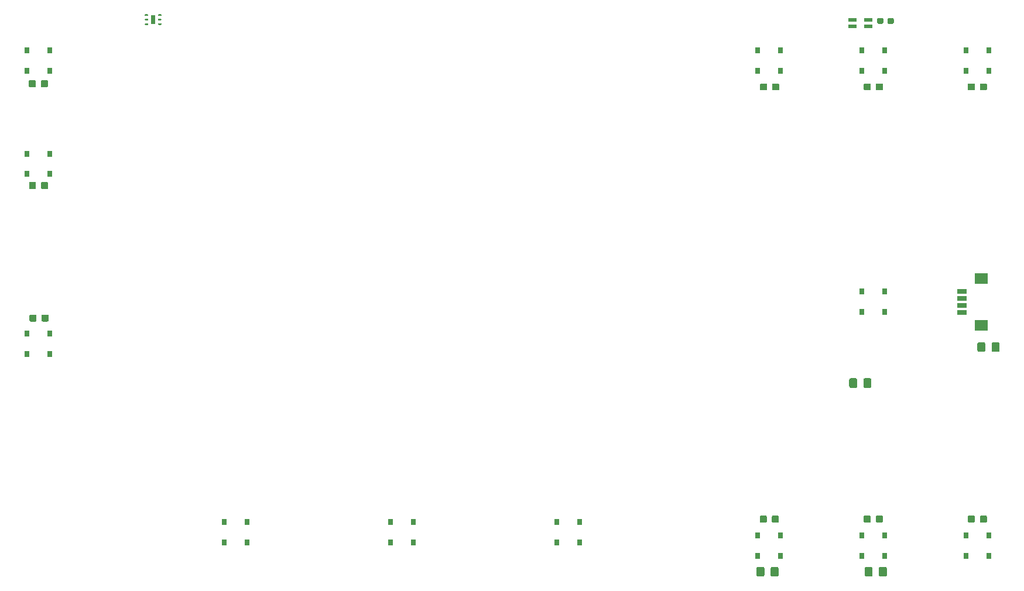
<source format=gtp>
G04 #@! TF.GenerationSoftware,KiCad,Pcbnew,(5.1.5)-3*
G04 #@! TF.CreationDate,2020-05-18T23:19:19-04:00*
G04 #@! TF.ProjectId,CPU,4350552e-6b69-4636-9164-5f7063625858,rev?*
G04 #@! TF.SameCoordinates,Original*
G04 #@! TF.FileFunction,Paste,Top*
G04 #@! TF.FilePolarity,Positive*
%FSLAX46Y46*%
G04 Gerber Fmt 4.6, Leading zero omitted, Abs format (unit mm)*
G04 Created by KiCad (PCBNEW (5.1.5)-3) date 2020-05-18 23:19:19*
%MOMM*%
%LPD*%
G04 APERTURE LIST*
%ADD10C,0.100000*%
%ADD11R,1.200000X0.600000*%
%ADD12R,1.350000X0.700000*%
%ADD13R,1.900000X1.500000*%
%ADD14R,0.800000X0.850000*%
G04 APERTURE END LIST*
D10*
G36*
X58310000Y-47735000D02*
G01*
X58310000Y-46485000D01*
X57690000Y-46485000D01*
X57690000Y-47735000D01*
X58310000Y-47735000D01*
G37*
G36*
X40887703Y-55900722D02*
G01*
X40902264Y-55902882D01*
X40916543Y-55906459D01*
X40930403Y-55911418D01*
X40943710Y-55917712D01*
X40956336Y-55925280D01*
X40968159Y-55934048D01*
X40979066Y-55943934D01*
X40988952Y-55954841D01*
X40997720Y-55966664D01*
X41005288Y-55979290D01*
X41011582Y-55992597D01*
X41016541Y-56006457D01*
X41020118Y-56020736D01*
X41022278Y-56035297D01*
X41023000Y-56050000D01*
X41023000Y-56750000D01*
X41022278Y-56764703D01*
X41020118Y-56779264D01*
X41016541Y-56793543D01*
X41011582Y-56807403D01*
X41005288Y-56820710D01*
X40997720Y-56833336D01*
X40988952Y-56845159D01*
X40979066Y-56856066D01*
X40968159Y-56865952D01*
X40956336Y-56874720D01*
X40943710Y-56882288D01*
X40930403Y-56888582D01*
X40916543Y-56893541D01*
X40902264Y-56897118D01*
X40887703Y-56899278D01*
X40873000Y-56900000D01*
X40173000Y-56900000D01*
X40158297Y-56899278D01*
X40143736Y-56897118D01*
X40129457Y-56893541D01*
X40115597Y-56888582D01*
X40102290Y-56882288D01*
X40089664Y-56874720D01*
X40077841Y-56865952D01*
X40066934Y-56856066D01*
X40057048Y-56845159D01*
X40048280Y-56833336D01*
X40040712Y-56820710D01*
X40034418Y-56807403D01*
X40029459Y-56793543D01*
X40025882Y-56779264D01*
X40023722Y-56764703D01*
X40023000Y-56750000D01*
X40023000Y-56050000D01*
X40023722Y-56035297D01*
X40025882Y-56020736D01*
X40029459Y-56006457D01*
X40034418Y-55992597D01*
X40040712Y-55979290D01*
X40048280Y-55966664D01*
X40057048Y-55954841D01*
X40066934Y-55943934D01*
X40077841Y-55934048D01*
X40089664Y-55925280D01*
X40102290Y-55917712D01*
X40115597Y-55911418D01*
X40129457Y-55906459D01*
X40143736Y-55902882D01*
X40158297Y-55900722D01*
X40173000Y-55900000D01*
X40873000Y-55900000D01*
X40887703Y-55900722D01*
G37*
G36*
X42641703Y-55900722D02*
G01*
X42656264Y-55902882D01*
X42670543Y-55906459D01*
X42684403Y-55911418D01*
X42697710Y-55917712D01*
X42710336Y-55925280D01*
X42722159Y-55934048D01*
X42733066Y-55943934D01*
X42742952Y-55954841D01*
X42751720Y-55966664D01*
X42759288Y-55979290D01*
X42765582Y-55992597D01*
X42770541Y-56006457D01*
X42774118Y-56020736D01*
X42776278Y-56035297D01*
X42777000Y-56050000D01*
X42777000Y-56750000D01*
X42776278Y-56764703D01*
X42774118Y-56779264D01*
X42770541Y-56793543D01*
X42765582Y-56807403D01*
X42759288Y-56820710D01*
X42751720Y-56833336D01*
X42742952Y-56845159D01*
X42733066Y-56856066D01*
X42722159Y-56865952D01*
X42710336Y-56874720D01*
X42697710Y-56882288D01*
X42684403Y-56888582D01*
X42670543Y-56893541D01*
X42656264Y-56897118D01*
X42641703Y-56899278D01*
X42627000Y-56900000D01*
X41927000Y-56900000D01*
X41912297Y-56899278D01*
X41897736Y-56897118D01*
X41883457Y-56893541D01*
X41869597Y-56888582D01*
X41856290Y-56882288D01*
X41843664Y-56874720D01*
X41831841Y-56865952D01*
X41820934Y-56856066D01*
X41811048Y-56845159D01*
X41802280Y-56833336D01*
X41794712Y-56820710D01*
X41788418Y-56807403D01*
X41783459Y-56793543D01*
X41779882Y-56779264D01*
X41777722Y-56764703D01*
X41777000Y-56750000D01*
X41777000Y-56050000D01*
X41777722Y-56035297D01*
X41779882Y-56020736D01*
X41783459Y-56006457D01*
X41788418Y-55992597D01*
X41794712Y-55979290D01*
X41802280Y-55966664D01*
X41811048Y-55954841D01*
X41820934Y-55943934D01*
X41831841Y-55934048D01*
X41843664Y-55925280D01*
X41856290Y-55917712D01*
X41869597Y-55911418D01*
X41883457Y-55906459D01*
X41897736Y-55902882D01*
X41912297Y-55900722D01*
X41927000Y-55900000D01*
X42627000Y-55900000D01*
X42641703Y-55900722D01*
G37*
D11*
X159100000Y-48075000D03*
X159100000Y-47125000D03*
X161400000Y-47125000D03*
X161400000Y-48075000D03*
D10*
G36*
X163406609Y-46886059D02*
G01*
X163427960Y-46889226D01*
X163448898Y-46894471D01*
X163469221Y-46901743D01*
X163488734Y-46910971D01*
X163507248Y-46922068D01*
X163524585Y-46934926D01*
X163540578Y-46949422D01*
X163555074Y-46965415D01*
X163567932Y-46982752D01*
X163579029Y-47001266D01*
X163588257Y-47020779D01*
X163595529Y-47041102D01*
X163600774Y-47062040D01*
X163603941Y-47083391D01*
X163605000Y-47104950D01*
X163605000Y-47495050D01*
X163603941Y-47516609D01*
X163600774Y-47537960D01*
X163595529Y-47558898D01*
X163588257Y-47579221D01*
X163579029Y-47598734D01*
X163567932Y-47617248D01*
X163555074Y-47634585D01*
X163540578Y-47650578D01*
X163524585Y-47665074D01*
X163507248Y-47677932D01*
X163488734Y-47689029D01*
X163469221Y-47698257D01*
X163448898Y-47705529D01*
X163427960Y-47710774D01*
X163406609Y-47713941D01*
X163385050Y-47715000D01*
X162914950Y-47715000D01*
X162893391Y-47713941D01*
X162872040Y-47710774D01*
X162851102Y-47705529D01*
X162830779Y-47698257D01*
X162811266Y-47689029D01*
X162792752Y-47677932D01*
X162775415Y-47665074D01*
X162759422Y-47650578D01*
X162744926Y-47634585D01*
X162732068Y-47617248D01*
X162720971Y-47598734D01*
X162711743Y-47579221D01*
X162704471Y-47558898D01*
X162699226Y-47537960D01*
X162696059Y-47516609D01*
X162695000Y-47495050D01*
X162695000Y-47104950D01*
X162696059Y-47083391D01*
X162699226Y-47062040D01*
X162704471Y-47041102D01*
X162711743Y-47020779D01*
X162720971Y-47001266D01*
X162732068Y-46982752D01*
X162744926Y-46965415D01*
X162759422Y-46949422D01*
X162775415Y-46934926D01*
X162792752Y-46922068D01*
X162811266Y-46910971D01*
X162830779Y-46901743D01*
X162851102Y-46894471D01*
X162872040Y-46889226D01*
X162893391Y-46886059D01*
X162914950Y-46885000D01*
X163385050Y-46885000D01*
X163406609Y-46886059D01*
G37*
G36*
X164906609Y-46886059D02*
G01*
X164927960Y-46889226D01*
X164948898Y-46894471D01*
X164969221Y-46901743D01*
X164988734Y-46910971D01*
X165007248Y-46922068D01*
X165024585Y-46934926D01*
X165040578Y-46949422D01*
X165055074Y-46965415D01*
X165067932Y-46982752D01*
X165079029Y-47001266D01*
X165088257Y-47020779D01*
X165095529Y-47041102D01*
X165100774Y-47062040D01*
X165103941Y-47083391D01*
X165105000Y-47104950D01*
X165105000Y-47495050D01*
X165103941Y-47516609D01*
X165100774Y-47537960D01*
X165095529Y-47558898D01*
X165088257Y-47579221D01*
X165079029Y-47598734D01*
X165067932Y-47617248D01*
X165055074Y-47634585D01*
X165040578Y-47650578D01*
X165024585Y-47665074D01*
X165007248Y-47677932D01*
X164988734Y-47689029D01*
X164969221Y-47698257D01*
X164948898Y-47705529D01*
X164927960Y-47710774D01*
X164906609Y-47713941D01*
X164885050Y-47715000D01*
X164414950Y-47715000D01*
X164393391Y-47713941D01*
X164372040Y-47710774D01*
X164351102Y-47705529D01*
X164330779Y-47698257D01*
X164311266Y-47689029D01*
X164292752Y-47677932D01*
X164275415Y-47665074D01*
X164259422Y-47650578D01*
X164244926Y-47634585D01*
X164232068Y-47617248D01*
X164220971Y-47598734D01*
X164211743Y-47579221D01*
X164204471Y-47558898D01*
X164199226Y-47537960D01*
X164196059Y-47516609D01*
X164195000Y-47495050D01*
X164195000Y-47104950D01*
X164196059Y-47083391D01*
X164199226Y-47062040D01*
X164204471Y-47041102D01*
X164211743Y-47020779D01*
X164220971Y-47001266D01*
X164232068Y-46982752D01*
X164244926Y-46965415D01*
X164259422Y-46949422D01*
X164275415Y-46934926D01*
X164292752Y-46922068D01*
X164311266Y-46910971D01*
X164330779Y-46901743D01*
X164351102Y-46894471D01*
X164372040Y-46889226D01*
X164393391Y-46886059D01*
X164414950Y-46885000D01*
X164885050Y-46885000D01*
X164906609Y-46886059D01*
G37*
G36*
X40922201Y-70620722D02*
G01*
X40936762Y-70622882D01*
X40951041Y-70626459D01*
X40964901Y-70631418D01*
X40978208Y-70637712D01*
X40990834Y-70645280D01*
X41002657Y-70654048D01*
X41013564Y-70663934D01*
X41023450Y-70674841D01*
X41032218Y-70686664D01*
X41039786Y-70699290D01*
X41046080Y-70712597D01*
X41051039Y-70726457D01*
X41054616Y-70740736D01*
X41056776Y-70755297D01*
X41057498Y-70770000D01*
X41057498Y-71470000D01*
X41056776Y-71484703D01*
X41054616Y-71499264D01*
X41051039Y-71513543D01*
X41046080Y-71527403D01*
X41039786Y-71540710D01*
X41032218Y-71553336D01*
X41023450Y-71565159D01*
X41013564Y-71576066D01*
X41002657Y-71585952D01*
X40990834Y-71594720D01*
X40978208Y-71602288D01*
X40964901Y-71608582D01*
X40951041Y-71613541D01*
X40936762Y-71617118D01*
X40922201Y-71619278D01*
X40907498Y-71620000D01*
X40207498Y-71620000D01*
X40192795Y-71619278D01*
X40178234Y-71617118D01*
X40163955Y-71613541D01*
X40150095Y-71608582D01*
X40136788Y-71602288D01*
X40124162Y-71594720D01*
X40112339Y-71585952D01*
X40101432Y-71576066D01*
X40091546Y-71565159D01*
X40082778Y-71553336D01*
X40075210Y-71540710D01*
X40068916Y-71527403D01*
X40063957Y-71513543D01*
X40060380Y-71499264D01*
X40058220Y-71484703D01*
X40057498Y-71470000D01*
X40057498Y-70770000D01*
X40058220Y-70755297D01*
X40060380Y-70740736D01*
X40063957Y-70726457D01*
X40068916Y-70712597D01*
X40075210Y-70699290D01*
X40082778Y-70686664D01*
X40091546Y-70674841D01*
X40101432Y-70663934D01*
X40112339Y-70654048D01*
X40124162Y-70645280D01*
X40136788Y-70637712D01*
X40150095Y-70631418D01*
X40163955Y-70626459D01*
X40178234Y-70622882D01*
X40192795Y-70620722D01*
X40207498Y-70620000D01*
X40907498Y-70620000D01*
X40922201Y-70620722D01*
G37*
G36*
X42676201Y-70620722D02*
G01*
X42690762Y-70622882D01*
X42705041Y-70626459D01*
X42718901Y-70631418D01*
X42732208Y-70637712D01*
X42744834Y-70645280D01*
X42756657Y-70654048D01*
X42767564Y-70663934D01*
X42777450Y-70674841D01*
X42786218Y-70686664D01*
X42793786Y-70699290D01*
X42800080Y-70712597D01*
X42805039Y-70726457D01*
X42808616Y-70740736D01*
X42810776Y-70755297D01*
X42811498Y-70770000D01*
X42811498Y-71470000D01*
X42810776Y-71484703D01*
X42808616Y-71499264D01*
X42805039Y-71513543D01*
X42800080Y-71527403D01*
X42793786Y-71540710D01*
X42786218Y-71553336D01*
X42777450Y-71565159D01*
X42767564Y-71576066D01*
X42756657Y-71585952D01*
X42744834Y-71594720D01*
X42732208Y-71602288D01*
X42718901Y-71608582D01*
X42705041Y-71613541D01*
X42690762Y-71617118D01*
X42676201Y-71619278D01*
X42661498Y-71620000D01*
X41961498Y-71620000D01*
X41946795Y-71619278D01*
X41932234Y-71617118D01*
X41917955Y-71613541D01*
X41904095Y-71608582D01*
X41890788Y-71602288D01*
X41878162Y-71594720D01*
X41866339Y-71585952D01*
X41855432Y-71576066D01*
X41845546Y-71565159D01*
X41836778Y-71553336D01*
X41829210Y-71540710D01*
X41822916Y-71527403D01*
X41817957Y-71513543D01*
X41814380Y-71499264D01*
X41812220Y-71484703D01*
X41811498Y-71470000D01*
X41811498Y-70770000D01*
X41812220Y-70755297D01*
X41814380Y-70740736D01*
X41817957Y-70726457D01*
X41822916Y-70712597D01*
X41829210Y-70699290D01*
X41836778Y-70686664D01*
X41845546Y-70674841D01*
X41855432Y-70663934D01*
X41866339Y-70654048D01*
X41878162Y-70645280D01*
X41890788Y-70637712D01*
X41904095Y-70631418D01*
X41917955Y-70626459D01*
X41932234Y-70622882D01*
X41946795Y-70620722D01*
X41961498Y-70620000D01*
X42661498Y-70620000D01*
X42676201Y-70620722D01*
G37*
G36*
X40987703Y-89800722D02*
G01*
X41002264Y-89802882D01*
X41016543Y-89806459D01*
X41030403Y-89811418D01*
X41043710Y-89817712D01*
X41056336Y-89825280D01*
X41068159Y-89834048D01*
X41079066Y-89843934D01*
X41088952Y-89854841D01*
X41097720Y-89866664D01*
X41105288Y-89879290D01*
X41111582Y-89892597D01*
X41116541Y-89906457D01*
X41120118Y-89920736D01*
X41122278Y-89935297D01*
X41123000Y-89950000D01*
X41123000Y-90650000D01*
X41122278Y-90664703D01*
X41120118Y-90679264D01*
X41116541Y-90693543D01*
X41111582Y-90707403D01*
X41105288Y-90720710D01*
X41097720Y-90733336D01*
X41088952Y-90745159D01*
X41079066Y-90756066D01*
X41068159Y-90765952D01*
X41056336Y-90774720D01*
X41043710Y-90782288D01*
X41030403Y-90788582D01*
X41016543Y-90793541D01*
X41002264Y-90797118D01*
X40987703Y-90799278D01*
X40973000Y-90800000D01*
X40273000Y-90800000D01*
X40258297Y-90799278D01*
X40243736Y-90797118D01*
X40229457Y-90793541D01*
X40215597Y-90788582D01*
X40202290Y-90782288D01*
X40189664Y-90774720D01*
X40177841Y-90765952D01*
X40166934Y-90756066D01*
X40157048Y-90745159D01*
X40148280Y-90733336D01*
X40140712Y-90720710D01*
X40134418Y-90707403D01*
X40129459Y-90693543D01*
X40125882Y-90679264D01*
X40123722Y-90664703D01*
X40123000Y-90650000D01*
X40123000Y-89950000D01*
X40123722Y-89935297D01*
X40125882Y-89920736D01*
X40129459Y-89906457D01*
X40134418Y-89892597D01*
X40140712Y-89879290D01*
X40148280Y-89866664D01*
X40157048Y-89854841D01*
X40166934Y-89843934D01*
X40177841Y-89834048D01*
X40189664Y-89825280D01*
X40202290Y-89817712D01*
X40215597Y-89811418D01*
X40229457Y-89806459D01*
X40243736Y-89802882D01*
X40258297Y-89800722D01*
X40273000Y-89800000D01*
X40973000Y-89800000D01*
X40987703Y-89800722D01*
G37*
G36*
X42741703Y-89800722D02*
G01*
X42756264Y-89802882D01*
X42770543Y-89806459D01*
X42784403Y-89811418D01*
X42797710Y-89817712D01*
X42810336Y-89825280D01*
X42822159Y-89834048D01*
X42833066Y-89843934D01*
X42842952Y-89854841D01*
X42851720Y-89866664D01*
X42859288Y-89879290D01*
X42865582Y-89892597D01*
X42870541Y-89906457D01*
X42874118Y-89920736D01*
X42876278Y-89935297D01*
X42877000Y-89950000D01*
X42877000Y-90650000D01*
X42876278Y-90664703D01*
X42874118Y-90679264D01*
X42870541Y-90693543D01*
X42865582Y-90707403D01*
X42859288Y-90720710D01*
X42851720Y-90733336D01*
X42842952Y-90745159D01*
X42833066Y-90756066D01*
X42822159Y-90765952D01*
X42810336Y-90774720D01*
X42797710Y-90782288D01*
X42784403Y-90788582D01*
X42770543Y-90793541D01*
X42756264Y-90797118D01*
X42741703Y-90799278D01*
X42727000Y-90800000D01*
X42027000Y-90800000D01*
X42012297Y-90799278D01*
X41997736Y-90797118D01*
X41983457Y-90793541D01*
X41969597Y-90788582D01*
X41956290Y-90782288D01*
X41943664Y-90774720D01*
X41931841Y-90765952D01*
X41920934Y-90756066D01*
X41911048Y-90745159D01*
X41902280Y-90733336D01*
X41894712Y-90720710D01*
X41888418Y-90707403D01*
X41883459Y-90693543D01*
X41879882Y-90679264D01*
X41877722Y-90664703D01*
X41877000Y-90650000D01*
X41877000Y-89950000D01*
X41877722Y-89935297D01*
X41879882Y-89920736D01*
X41883459Y-89906457D01*
X41888418Y-89892597D01*
X41894712Y-89879290D01*
X41902280Y-89866664D01*
X41911048Y-89854841D01*
X41920934Y-89843934D01*
X41931841Y-89834048D01*
X41943664Y-89825280D01*
X41956290Y-89817712D01*
X41969597Y-89811418D01*
X41983457Y-89806459D01*
X41997736Y-89802882D01*
X42012297Y-89800722D01*
X42027000Y-89800000D01*
X42727000Y-89800000D01*
X42741703Y-89800722D01*
G37*
G36*
X146595367Y-118880722D02*
G01*
X146609928Y-118882882D01*
X146624207Y-118886459D01*
X146638067Y-118891418D01*
X146651374Y-118897712D01*
X146664000Y-118905280D01*
X146675823Y-118914048D01*
X146686730Y-118923934D01*
X146696616Y-118934841D01*
X146705384Y-118946664D01*
X146712952Y-118959290D01*
X146719246Y-118972597D01*
X146724205Y-118986457D01*
X146727782Y-119000736D01*
X146729942Y-119015297D01*
X146730664Y-119030000D01*
X146730664Y-119730000D01*
X146729942Y-119744703D01*
X146727782Y-119759264D01*
X146724205Y-119773543D01*
X146719246Y-119787403D01*
X146712952Y-119800710D01*
X146705384Y-119813336D01*
X146696616Y-119825159D01*
X146686730Y-119836066D01*
X146675823Y-119845952D01*
X146664000Y-119854720D01*
X146651374Y-119862288D01*
X146638067Y-119868582D01*
X146624207Y-119873541D01*
X146609928Y-119877118D01*
X146595367Y-119879278D01*
X146580664Y-119880000D01*
X145880664Y-119880000D01*
X145865961Y-119879278D01*
X145851400Y-119877118D01*
X145837121Y-119873541D01*
X145823261Y-119868582D01*
X145809954Y-119862288D01*
X145797328Y-119854720D01*
X145785505Y-119845952D01*
X145774598Y-119836066D01*
X145764712Y-119825159D01*
X145755944Y-119813336D01*
X145748376Y-119800710D01*
X145742082Y-119787403D01*
X145737123Y-119773543D01*
X145733546Y-119759264D01*
X145731386Y-119744703D01*
X145730664Y-119730000D01*
X145730664Y-119030000D01*
X145731386Y-119015297D01*
X145733546Y-119000736D01*
X145737123Y-118986457D01*
X145742082Y-118972597D01*
X145748376Y-118959290D01*
X145755944Y-118946664D01*
X145764712Y-118934841D01*
X145774598Y-118923934D01*
X145785505Y-118914048D01*
X145797328Y-118905280D01*
X145809954Y-118897712D01*
X145823261Y-118891418D01*
X145837121Y-118886459D01*
X145851400Y-118882882D01*
X145865961Y-118880722D01*
X145880664Y-118880000D01*
X146580664Y-118880000D01*
X146595367Y-118880722D01*
G37*
G36*
X148349367Y-118880722D02*
G01*
X148363928Y-118882882D01*
X148378207Y-118886459D01*
X148392067Y-118891418D01*
X148405374Y-118897712D01*
X148418000Y-118905280D01*
X148429823Y-118914048D01*
X148440730Y-118923934D01*
X148450616Y-118934841D01*
X148459384Y-118946664D01*
X148466952Y-118959290D01*
X148473246Y-118972597D01*
X148478205Y-118986457D01*
X148481782Y-119000736D01*
X148483942Y-119015297D01*
X148484664Y-119030000D01*
X148484664Y-119730000D01*
X148483942Y-119744703D01*
X148481782Y-119759264D01*
X148478205Y-119773543D01*
X148473246Y-119787403D01*
X148466952Y-119800710D01*
X148459384Y-119813336D01*
X148450616Y-119825159D01*
X148440730Y-119836066D01*
X148429823Y-119845952D01*
X148418000Y-119854720D01*
X148405374Y-119862288D01*
X148392067Y-119868582D01*
X148378207Y-119873541D01*
X148363928Y-119877118D01*
X148349367Y-119879278D01*
X148334664Y-119880000D01*
X147634664Y-119880000D01*
X147619961Y-119879278D01*
X147605400Y-119877118D01*
X147591121Y-119873541D01*
X147577261Y-119868582D01*
X147563954Y-119862288D01*
X147551328Y-119854720D01*
X147539505Y-119845952D01*
X147528598Y-119836066D01*
X147518712Y-119825159D01*
X147509944Y-119813336D01*
X147502376Y-119800710D01*
X147496082Y-119787403D01*
X147491123Y-119773543D01*
X147487546Y-119759264D01*
X147485386Y-119744703D01*
X147484664Y-119730000D01*
X147484664Y-119030000D01*
X147485386Y-119015297D01*
X147487546Y-119000736D01*
X147491123Y-118986457D01*
X147496082Y-118972597D01*
X147502376Y-118959290D01*
X147509944Y-118946664D01*
X147518712Y-118934841D01*
X147528598Y-118923934D01*
X147539505Y-118914048D01*
X147551328Y-118905280D01*
X147563954Y-118897712D01*
X147577261Y-118891418D01*
X147591121Y-118886459D01*
X147605400Y-118882882D01*
X147619961Y-118880722D01*
X147634664Y-118880000D01*
X148334664Y-118880000D01*
X148349367Y-118880722D01*
G37*
G36*
X161636919Y-118880722D02*
G01*
X161651480Y-118882882D01*
X161665759Y-118886459D01*
X161679619Y-118891418D01*
X161692926Y-118897712D01*
X161705552Y-118905280D01*
X161717375Y-118914048D01*
X161728282Y-118923934D01*
X161738168Y-118934841D01*
X161746936Y-118946664D01*
X161754504Y-118959290D01*
X161760798Y-118972597D01*
X161765757Y-118986457D01*
X161769334Y-119000736D01*
X161771494Y-119015297D01*
X161772216Y-119030000D01*
X161772216Y-119730000D01*
X161771494Y-119744703D01*
X161769334Y-119759264D01*
X161765757Y-119773543D01*
X161760798Y-119787403D01*
X161754504Y-119800710D01*
X161746936Y-119813336D01*
X161738168Y-119825159D01*
X161728282Y-119836066D01*
X161717375Y-119845952D01*
X161705552Y-119854720D01*
X161692926Y-119862288D01*
X161679619Y-119868582D01*
X161665759Y-119873541D01*
X161651480Y-119877118D01*
X161636919Y-119879278D01*
X161622216Y-119880000D01*
X160922216Y-119880000D01*
X160907513Y-119879278D01*
X160892952Y-119877118D01*
X160878673Y-119873541D01*
X160864813Y-119868582D01*
X160851506Y-119862288D01*
X160838880Y-119854720D01*
X160827057Y-119845952D01*
X160816150Y-119836066D01*
X160806264Y-119825159D01*
X160797496Y-119813336D01*
X160789928Y-119800710D01*
X160783634Y-119787403D01*
X160778675Y-119773543D01*
X160775098Y-119759264D01*
X160772938Y-119744703D01*
X160772216Y-119730000D01*
X160772216Y-119030000D01*
X160772938Y-119015297D01*
X160775098Y-119000736D01*
X160778675Y-118986457D01*
X160783634Y-118972597D01*
X160789928Y-118959290D01*
X160797496Y-118946664D01*
X160806264Y-118934841D01*
X160816150Y-118923934D01*
X160827057Y-118914048D01*
X160838880Y-118905280D01*
X160851506Y-118897712D01*
X160864813Y-118891418D01*
X160878673Y-118886459D01*
X160892952Y-118882882D01*
X160907513Y-118880722D01*
X160922216Y-118880000D01*
X161622216Y-118880000D01*
X161636919Y-118880722D01*
G37*
G36*
X163390919Y-118880722D02*
G01*
X163405480Y-118882882D01*
X163419759Y-118886459D01*
X163433619Y-118891418D01*
X163446926Y-118897712D01*
X163459552Y-118905280D01*
X163471375Y-118914048D01*
X163482282Y-118923934D01*
X163492168Y-118934841D01*
X163500936Y-118946664D01*
X163508504Y-118959290D01*
X163514798Y-118972597D01*
X163519757Y-118986457D01*
X163523334Y-119000736D01*
X163525494Y-119015297D01*
X163526216Y-119030000D01*
X163526216Y-119730000D01*
X163525494Y-119744703D01*
X163523334Y-119759264D01*
X163519757Y-119773543D01*
X163514798Y-119787403D01*
X163508504Y-119800710D01*
X163500936Y-119813336D01*
X163492168Y-119825159D01*
X163482282Y-119836066D01*
X163471375Y-119845952D01*
X163459552Y-119854720D01*
X163446926Y-119862288D01*
X163433619Y-119868582D01*
X163419759Y-119873541D01*
X163405480Y-119877118D01*
X163390919Y-119879278D01*
X163376216Y-119880000D01*
X162676216Y-119880000D01*
X162661513Y-119879278D01*
X162646952Y-119877118D01*
X162632673Y-119873541D01*
X162618813Y-119868582D01*
X162605506Y-119862288D01*
X162592880Y-119854720D01*
X162581057Y-119845952D01*
X162570150Y-119836066D01*
X162560264Y-119825159D01*
X162551496Y-119813336D01*
X162543928Y-119800710D01*
X162537634Y-119787403D01*
X162532675Y-119773543D01*
X162529098Y-119759264D01*
X162526938Y-119744703D01*
X162526216Y-119730000D01*
X162526216Y-119030000D01*
X162526938Y-119015297D01*
X162529098Y-119000736D01*
X162532675Y-118986457D01*
X162537634Y-118972597D01*
X162543928Y-118959290D01*
X162551496Y-118946664D01*
X162560264Y-118934841D01*
X162570150Y-118923934D01*
X162581057Y-118914048D01*
X162592880Y-118905280D01*
X162605506Y-118897712D01*
X162618813Y-118891418D01*
X162632673Y-118886459D01*
X162646952Y-118882882D01*
X162661513Y-118880722D01*
X162676216Y-118880000D01*
X163376216Y-118880000D01*
X163390919Y-118880722D01*
G37*
G36*
X176678482Y-118880722D02*
G01*
X176693043Y-118882882D01*
X176707322Y-118886459D01*
X176721182Y-118891418D01*
X176734489Y-118897712D01*
X176747115Y-118905280D01*
X176758938Y-118914048D01*
X176769845Y-118923934D01*
X176779731Y-118934841D01*
X176788499Y-118946664D01*
X176796067Y-118959290D01*
X176802361Y-118972597D01*
X176807320Y-118986457D01*
X176810897Y-119000736D01*
X176813057Y-119015297D01*
X176813779Y-119030000D01*
X176813779Y-119730000D01*
X176813057Y-119744703D01*
X176810897Y-119759264D01*
X176807320Y-119773543D01*
X176802361Y-119787403D01*
X176796067Y-119800710D01*
X176788499Y-119813336D01*
X176779731Y-119825159D01*
X176769845Y-119836066D01*
X176758938Y-119845952D01*
X176747115Y-119854720D01*
X176734489Y-119862288D01*
X176721182Y-119868582D01*
X176707322Y-119873541D01*
X176693043Y-119877118D01*
X176678482Y-119879278D01*
X176663779Y-119880000D01*
X175963779Y-119880000D01*
X175949076Y-119879278D01*
X175934515Y-119877118D01*
X175920236Y-119873541D01*
X175906376Y-119868582D01*
X175893069Y-119862288D01*
X175880443Y-119854720D01*
X175868620Y-119845952D01*
X175857713Y-119836066D01*
X175847827Y-119825159D01*
X175839059Y-119813336D01*
X175831491Y-119800710D01*
X175825197Y-119787403D01*
X175820238Y-119773543D01*
X175816661Y-119759264D01*
X175814501Y-119744703D01*
X175813779Y-119730000D01*
X175813779Y-119030000D01*
X175814501Y-119015297D01*
X175816661Y-119000736D01*
X175820238Y-118986457D01*
X175825197Y-118972597D01*
X175831491Y-118959290D01*
X175839059Y-118946664D01*
X175847827Y-118934841D01*
X175857713Y-118923934D01*
X175868620Y-118914048D01*
X175880443Y-118905280D01*
X175893069Y-118897712D01*
X175906376Y-118891418D01*
X175920236Y-118886459D01*
X175934515Y-118882882D01*
X175949076Y-118880722D01*
X175963779Y-118880000D01*
X176663779Y-118880000D01*
X176678482Y-118880722D01*
G37*
G36*
X178432482Y-118880722D02*
G01*
X178447043Y-118882882D01*
X178461322Y-118886459D01*
X178475182Y-118891418D01*
X178488489Y-118897712D01*
X178501115Y-118905280D01*
X178512938Y-118914048D01*
X178523845Y-118923934D01*
X178533731Y-118934841D01*
X178542499Y-118946664D01*
X178550067Y-118959290D01*
X178556361Y-118972597D01*
X178561320Y-118986457D01*
X178564897Y-119000736D01*
X178567057Y-119015297D01*
X178567779Y-119030000D01*
X178567779Y-119730000D01*
X178567057Y-119744703D01*
X178564897Y-119759264D01*
X178561320Y-119773543D01*
X178556361Y-119787403D01*
X178550067Y-119800710D01*
X178542499Y-119813336D01*
X178533731Y-119825159D01*
X178523845Y-119836066D01*
X178512938Y-119845952D01*
X178501115Y-119854720D01*
X178488489Y-119862288D01*
X178475182Y-119868582D01*
X178461322Y-119873541D01*
X178447043Y-119877118D01*
X178432482Y-119879278D01*
X178417779Y-119880000D01*
X177717779Y-119880000D01*
X177703076Y-119879278D01*
X177688515Y-119877118D01*
X177674236Y-119873541D01*
X177660376Y-119868582D01*
X177647069Y-119862288D01*
X177634443Y-119854720D01*
X177622620Y-119845952D01*
X177611713Y-119836066D01*
X177601827Y-119825159D01*
X177593059Y-119813336D01*
X177585491Y-119800710D01*
X177579197Y-119787403D01*
X177574238Y-119773543D01*
X177570661Y-119759264D01*
X177568501Y-119744703D01*
X177567779Y-119730000D01*
X177567779Y-119030000D01*
X177568501Y-119015297D01*
X177570661Y-119000736D01*
X177574238Y-118986457D01*
X177579197Y-118972597D01*
X177585491Y-118959290D01*
X177593059Y-118946664D01*
X177601827Y-118934841D01*
X177611713Y-118923934D01*
X177622620Y-118914048D01*
X177634443Y-118905280D01*
X177647069Y-118897712D01*
X177660376Y-118891418D01*
X177674236Y-118886459D01*
X177688515Y-118882882D01*
X177703076Y-118880722D01*
X177717779Y-118880000D01*
X178417779Y-118880000D01*
X178432482Y-118880722D01*
G37*
G36*
X146637703Y-56350722D02*
G01*
X146652264Y-56352882D01*
X146666543Y-56356459D01*
X146680403Y-56361418D01*
X146693710Y-56367712D01*
X146706336Y-56375280D01*
X146718159Y-56384048D01*
X146729066Y-56393934D01*
X146738952Y-56404841D01*
X146747720Y-56416664D01*
X146755288Y-56429290D01*
X146761582Y-56442597D01*
X146766541Y-56456457D01*
X146770118Y-56470736D01*
X146772278Y-56485297D01*
X146773000Y-56500000D01*
X146773000Y-57200000D01*
X146772278Y-57214703D01*
X146770118Y-57229264D01*
X146766541Y-57243543D01*
X146761582Y-57257403D01*
X146755288Y-57270710D01*
X146747720Y-57283336D01*
X146738952Y-57295159D01*
X146729066Y-57306066D01*
X146718159Y-57315952D01*
X146706336Y-57324720D01*
X146693710Y-57332288D01*
X146680403Y-57338582D01*
X146666543Y-57343541D01*
X146652264Y-57347118D01*
X146637703Y-57349278D01*
X146623000Y-57350000D01*
X145923000Y-57350000D01*
X145908297Y-57349278D01*
X145893736Y-57347118D01*
X145879457Y-57343541D01*
X145865597Y-57338582D01*
X145852290Y-57332288D01*
X145839664Y-57324720D01*
X145827841Y-57315952D01*
X145816934Y-57306066D01*
X145807048Y-57295159D01*
X145798280Y-57283336D01*
X145790712Y-57270710D01*
X145784418Y-57257403D01*
X145779459Y-57243543D01*
X145775882Y-57229264D01*
X145773722Y-57214703D01*
X145773000Y-57200000D01*
X145773000Y-56500000D01*
X145773722Y-56485297D01*
X145775882Y-56470736D01*
X145779459Y-56456457D01*
X145784418Y-56442597D01*
X145790712Y-56429290D01*
X145798280Y-56416664D01*
X145807048Y-56404841D01*
X145816934Y-56393934D01*
X145827841Y-56384048D01*
X145839664Y-56375280D01*
X145852290Y-56367712D01*
X145865597Y-56361418D01*
X145879457Y-56356459D01*
X145893736Y-56352882D01*
X145908297Y-56350722D01*
X145923000Y-56350000D01*
X146623000Y-56350000D01*
X146637703Y-56350722D01*
G37*
G36*
X148391703Y-56350722D02*
G01*
X148406264Y-56352882D01*
X148420543Y-56356459D01*
X148434403Y-56361418D01*
X148447710Y-56367712D01*
X148460336Y-56375280D01*
X148472159Y-56384048D01*
X148483066Y-56393934D01*
X148492952Y-56404841D01*
X148501720Y-56416664D01*
X148509288Y-56429290D01*
X148515582Y-56442597D01*
X148520541Y-56456457D01*
X148524118Y-56470736D01*
X148526278Y-56485297D01*
X148527000Y-56500000D01*
X148527000Y-57200000D01*
X148526278Y-57214703D01*
X148524118Y-57229264D01*
X148520541Y-57243543D01*
X148515582Y-57257403D01*
X148509288Y-57270710D01*
X148501720Y-57283336D01*
X148492952Y-57295159D01*
X148483066Y-57306066D01*
X148472159Y-57315952D01*
X148460336Y-57324720D01*
X148447710Y-57332288D01*
X148434403Y-57338582D01*
X148420543Y-57343541D01*
X148406264Y-57347118D01*
X148391703Y-57349278D01*
X148377000Y-57350000D01*
X147677000Y-57350000D01*
X147662297Y-57349278D01*
X147647736Y-57347118D01*
X147633457Y-57343541D01*
X147619597Y-57338582D01*
X147606290Y-57332288D01*
X147593664Y-57324720D01*
X147581841Y-57315952D01*
X147570934Y-57306066D01*
X147561048Y-57295159D01*
X147552280Y-57283336D01*
X147544712Y-57270710D01*
X147538418Y-57257403D01*
X147533459Y-57243543D01*
X147529882Y-57229264D01*
X147527722Y-57214703D01*
X147527000Y-57200000D01*
X147527000Y-56500000D01*
X147527722Y-56485297D01*
X147529882Y-56470736D01*
X147533459Y-56456457D01*
X147538418Y-56442597D01*
X147544712Y-56429290D01*
X147552280Y-56416664D01*
X147561048Y-56404841D01*
X147570934Y-56393934D01*
X147581841Y-56384048D01*
X147593664Y-56375280D01*
X147606290Y-56367712D01*
X147619597Y-56361418D01*
X147633457Y-56356459D01*
X147647736Y-56352882D01*
X147662297Y-56350722D01*
X147677000Y-56350000D01*
X148377000Y-56350000D01*
X148391703Y-56350722D01*
G37*
G36*
X161637703Y-56350722D02*
G01*
X161652264Y-56352882D01*
X161666543Y-56356459D01*
X161680403Y-56361418D01*
X161693710Y-56367712D01*
X161706336Y-56375280D01*
X161718159Y-56384048D01*
X161729066Y-56393934D01*
X161738952Y-56404841D01*
X161747720Y-56416664D01*
X161755288Y-56429290D01*
X161761582Y-56442597D01*
X161766541Y-56456457D01*
X161770118Y-56470736D01*
X161772278Y-56485297D01*
X161773000Y-56500000D01*
X161773000Y-57200000D01*
X161772278Y-57214703D01*
X161770118Y-57229264D01*
X161766541Y-57243543D01*
X161761582Y-57257403D01*
X161755288Y-57270710D01*
X161747720Y-57283336D01*
X161738952Y-57295159D01*
X161729066Y-57306066D01*
X161718159Y-57315952D01*
X161706336Y-57324720D01*
X161693710Y-57332288D01*
X161680403Y-57338582D01*
X161666543Y-57343541D01*
X161652264Y-57347118D01*
X161637703Y-57349278D01*
X161623000Y-57350000D01*
X160923000Y-57350000D01*
X160908297Y-57349278D01*
X160893736Y-57347118D01*
X160879457Y-57343541D01*
X160865597Y-57338582D01*
X160852290Y-57332288D01*
X160839664Y-57324720D01*
X160827841Y-57315952D01*
X160816934Y-57306066D01*
X160807048Y-57295159D01*
X160798280Y-57283336D01*
X160790712Y-57270710D01*
X160784418Y-57257403D01*
X160779459Y-57243543D01*
X160775882Y-57229264D01*
X160773722Y-57214703D01*
X160773000Y-57200000D01*
X160773000Y-56500000D01*
X160773722Y-56485297D01*
X160775882Y-56470736D01*
X160779459Y-56456457D01*
X160784418Y-56442597D01*
X160790712Y-56429290D01*
X160798280Y-56416664D01*
X160807048Y-56404841D01*
X160816934Y-56393934D01*
X160827841Y-56384048D01*
X160839664Y-56375280D01*
X160852290Y-56367712D01*
X160865597Y-56361418D01*
X160879457Y-56356459D01*
X160893736Y-56352882D01*
X160908297Y-56350722D01*
X160923000Y-56350000D01*
X161623000Y-56350000D01*
X161637703Y-56350722D01*
G37*
G36*
X163391703Y-56350722D02*
G01*
X163406264Y-56352882D01*
X163420543Y-56356459D01*
X163434403Y-56361418D01*
X163447710Y-56367712D01*
X163460336Y-56375280D01*
X163472159Y-56384048D01*
X163483066Y-56393934D01*
X163492952Y-56404841D01*
X163501720Y-56416664D01*
X163509288Y-56429290D01*
X163515582Y-56442597D01*
X163520541Y-56456457D01*
X163524118Y-56470736D01*
X163526278Y-56485297D01*
X163527000Y-56500000D01*
X163527000Y-57200000D01*
X163526278Y-57214703D01*
X163524118Y-57229264D01*
X163520541Y-57243543D01*
X163515582Y-57257403D01*
X163509288Y-57270710D01*
X163501720Y-57283336D01*
X163492952Y-57295159D01*
X163483066Y-57306066D01*
X163472159Y-57315952D01*
X163460336Y-57324720D01*
X163447710Y-57332288D01*
X163434403Y-57338582D01*
X163420543Y-57343541D01*
X163406264Y-57347118D01*
X163391703Y-57349278D01*
X163377000Y-57350000D01*
X162677000Y-57350000D01*
X162662297Y-57349278D01*
X162647736Y-57347118D01*
X162633457Y-57343541D01*
X162619597Y-57338582D01*
X162606290Y-57332288D01*
X162593664Y-57324720D01*
X162581841Y-57315952D01*
X162570934Y-57306066D01*
X162561048Y-57295159D01*
X162552280Y-57283336D01*
X162544712Y-57270710D01*
X162538418Y-57257403D01*
X162533459Y-57243543D01*
X162529882Y-57229264D01*
X162527722Y-57214703D01*
X162527000Y-57200000D01*
X162527000Y-56500000D01*
X162527722Y-56485297D01*
X162529882Y-56470736D01*
X162533459Y-56456457D01*
X162538418Y-56442597D01*
X162544712Y-56429290D01*
X162552280Y-56416664D01*
X162561048Y-56404841D01*
X162570934Y-56393934D01*
X162581841Y-56384048D01*
X162593664Y-56375280D01*
X162606290Y-56367712D01*
X162619597Y-56361418D01*
X162633457Y-56356459D01*
X162647736Y-56352882D01*
X162662297Y-56350722D01*
X162677000Y-56350000D01*
X163377000Y-56350000D01*
X163391703Y-56350722D01*
G37*
G36*
X176678482Y-56350722D02*
G01*
X176693043Y-56352882D01*
X176707322Y-56356459D01*
X176721182Y-56361418D01*
X176734489Y-56367712D01*
X176747115Y-56375280D01*
X176758938Y-56384048D01*
X176769845Y-56393934D01*
X176779731Y-56404841D01*
X176788499Y-56416664D01*
X176796067Y-56429290D01*
X176802361Y-56442597D01*
X176807320Y-56456457D01*
X176810897Y-56470736D01*
X176813057Y-56485297D01*
X176813779Y-56500000D01*
X176813779Y-57200000D01*
X176813057Y-57214703D01*
X176810897Y-57229264D01*
X176807320Y-57243543D01*
X176802361Y-57257403D01*
X176796067Y-57270710D01*
X176788499Y-57283336D01*
X176779731Y-57295159D01*
X176769845Y-57306066D01*
X176758938Y-57315952D01*
X176747115Y-57324720D01*
X176734489Y-57332288D01*
X176721182Y-57338582D01*
X176707322Y-57343541D01*
X176693043Y-57347118D01*
X176678482Y-57349278D01*
X176663779Y-57350000D01*
X175963779Y-57350000D01*
X175949076Y-57349278D01*
X175934515Y-57347118D01*
X175920236Y-57343541D01*
X175906376Y-57338582D01*
X175893069Y-57332288D01*
X175880443Y-57324720D01*
X175868620Y-57315952D01*
X175857713Y-57306066D01*
X175847827Y-57295159D01*
X175839059Y-57283336D01*
X175831491Y-57270710D01*
X175825197Y-57257403D01*
X175820238Y-57243543D01*
X175816661Y-57229264D01*
X175814501Y-57214703D01*
X175813779Y-57200000D01*
X175813779Y-56500000D01*
X175814501Y-56485297D01*
X175816661Y-56470736D01*
X175820238Y-56456457D01*
X175825197Y-56442597D01*
X175831491Y-56429290D01*
X175839059Y-56416664D01*
X175847827Y-56404841D01*
X175857713Y-56393934D01*
X175868620Y-56384048D01*
X175880443Y-56375280D01*
X175893069Y-56367712D01*
X175906376Y-56361418D01*
X175920236Y-56356459D01*
X175934515Y-56352882D01*
X175949076Y-56350722D01*
X175963779Y-56350000D01*
X176663779Y-56350000D01*
X176678482Y-56350722D01*
G37*
G36*
X178432482Y-56350722D02*
G01*
X178447043Y-56352882D01*
X178461322Y-56356459D01*
X178475182Y-56361418D01*
X178488489Y-56367712D01*
X178501115Y-56375280D01*
X178512938Y-56384048D01*
X178523845Y-56393934D01*
X178533731Y-56404841D01*
X178542499Y-56416664D01*
X178550067Y-56429290D01*
X178556361Y-56442597D01*
X178561320Y-56456457D01*
X178564897Y-56470736D01*
X178567057Y-56485297D01*
X178567779Y-56500000D01*
X178567779Y-57200000D01*
X178567057Y-57214703D01*
X178564897Y-57229264D01*
X178561320Y-57243543D01*
X178556361Y-57257403D01*
X178550067Y-57270710D01*
X178542499Y-57283336D01*
X178533731Y-57295159D01*
X178523845Y-57306066D01*
X178512938Y-57315952D01*
X178501115Y-57324720D01*
X178488489Y-57332288D01*
X178475182Y-57338582D01*
X178461322Y-57343541D01*
X178447043Y-57347118D01*
X178432482Y-57349278D01*
X178417779Y-57350000D01*
X177717779Y-57350000D01*
X177703076Y-57349278D01*
X177688515Y-57347118D01*
X177674236Y-57343541D01*
X177660376Y-57338582D01*
X177647069Y-57332288D01*
X177634443Y-57324720D01*
X177622620Y-57315952D01*
X177611713Y-57306066D01*
X177601827Y-57295159D01*
X177593059Y-57283336D01*
X177585491Y-57270710D01*
X177579197Y-57257403D01*
X177574238Y-57243543D01*
X177570661Y-57229264D01*
X177568501Y-57214703D01*
X177567779Y-57200000D01*
X177567779Y-56500000D01*
X177568501Y-56485297D01*
X177570661Y-56470736D01*
X177574238Y-56456457D01*
X177579197Y-56442597D01*
X177585491Y-56429290D01*
X177593059Y-56416664D01*
X177601827Y-56404841D01*
X177611713Y-56393934D01*
X177622620Y-56384048D01*
X177634443Y-56375280D01*
X177647069Y-56367712D01*
X177660376Y-56361418D01*
X177674236Y-56356459D01*
X177688515Y-56352882D01*
X177703076Y-56350722D01*
X177717779Y-56350000D01*
X178417779Y-56350000D01*
X178432482Y-56350722D01*
G37*
D12*
X174950000Y-89472372D03*
X174950000Y-88472372D03*
X174950000Y-87472372D03*
X174950000Y-86472372D03*
D13*
X177725000Y-91372372D03*
X177725000Y-84572372D03*
D14*
X43084498Y-54540607D03*
X39784498Y-54540607D03*
X43084498Y-51590607D03*
X39784498Y-51590607D03*
X163799216Y-89381979D03*
X160499216Y-89381979D03*
X163799216Y-86431979D03*
X160499216Y-86431979D03*
X148757664Y-124679542D03*
X145457664Y-124679542D03*
X148757664Y-121729542D03*
X145457664Y-121729542D03*
X163799216Y-124679542D03*
X160499216Y-124679542D03*
X163799216Y-121729542D03*
X160499216Y-121729542D03*
X178840779Y-124679542D03*
X175540779Y-124679542D03*
X178840779Y-121729542D03*
X175540779Y-121729542D03*
X43084498Y-69461847D03*
X39784498Y-69461847D03*
X43084498Y-66511847D03*
X39784498Y-66511847D03*
X43084498Y-95503815D03*
X39784498Y-95503815D03*
X43084498Y-92553815D03*
X39784498Y-92553815D03*
X71544310Y-122756309D03*
X68244310Y-122756309D03*
X71544310Y-119806309D03*
X68244310Y-119806309D03*
X95620839Y-122756309D03*
X92320839Y-122756309D03*
X95620839Y-119806309D03*
X92320839Y-119806309D03*
X119697369Y-122756309D03*
X116397369Y-122756309D03*
X119697369Y-119806309D03*
X116397369Y-119806309D03*
X148757664Y-54528472D03*
X145457664Y-54528472D03*
X148757664Y-51578472D03*
X145457664Y-51578472D03*
X163799216Y-54528472D03*
X160499216Y-54528472D03*
X163799216Y-51578472D03*
X160499216Y-51578472D03*
X178840779Y-54528472D03*
X175540779Y-54528472D03*
X178840779Y-51578472D03*
X175540779Y-51578472D03*
D10*
G36*
X59087252Y-46335601D02*
G01*
X59099386Y-46337401D01*
X59111286Y-46340381D01*
X59122835Y-46344514D01*
X59133925Y-46349759D01*
X59144446Y-46356065D01*
X59154299Y-46363373D01*
X59163388Y-46371611D01*
X59171626Y-46380700D01*
X59178934Y-46390553D01*
X59185240Y-46401074D01*
X59190485Y-46412164D01*
X59194618Y-46423713D01*
X59197598Y-46435613D01*
X59199398Y-46447747D01*
X59200000Y-46459999D01*
X59200000Y-46460001D01*
X59199398Y-46472253D01*
X59197598Y-46484387D01*
X59194618Y-46496287D01*
X59190485Y-46507836D01*
X59185240Y-46518926D01*
X59178934Y-46529447D01*
X59171626Y-46539300D01*
X59163388Y-46548389D01*
X59154299Y-46556627D01*
X59144446Y-46563935D01*
X59133925Y-46570241D01*
X59122835Y-46575486D01*
X59111286Y-46579619D01*
X59099386Y-46582599D01*
X59087252Y-46584399D01*
X59075000Y-46585001D01*
X58825000Y-46585001D01*
X58812748Y-46584399D01*
X58800614Y-46582599D01*
X58788714Y-46579619D01*
X58777165Y-46575486D01*
X58766075Y-46570241D01*
X58755554Y-46563935D01*
X58745701Y-46556627D01*
X58736612Y-46548389D01*
X58728374Y-46539300D01*
X58721066Y-46529447D01*
X58714760Y-46518926D01*
X58709515Y-46507836D01*
X58705382Y-46496287D01*
X58702402Y-46484387D01*
X58700602Y-46472253D01*
X58700000Y-46460001D01*
X58700000Y-46459999D01*
X58700602Y-46447747D01*
X58702402Y-46435613D01*
X58705382Y-46423713D01*
X58709515Y-46412164D01*
X58714760Y-46401074D01*
X58721066Y-46390553D01*
X58728374Y-46380700D01*
X58736612Y-46371611D01*
X58745701Y-46363373D01*
X58755554Y-46356065D01*
X58766075Y-46349759D01*
X58777165Y-46344514D01*
X58788714Y-46340381D01*
X58800614Y-46337401D01*
X58812748Y-46335601D01*
X58825000Y-46334999D01*
X59075000Y-46334999D01*
X59087252Y-46335601D01*
G37*
G36*
X59087252Y-46985601D02*
G01*
X59099386Y-46987401D01*
X59111286Y-46990381D01*
X59122835Y-46994514D01*
X59133925Y-46999759D01*
X59144446Y-47006065D01*
X59154299Y-47013373D01*
X59163388Y-47021611D01*
X59171626Y-47030700D01*
X59178934Y-47040553D01*
X59185240Y-47051074D01*
X59190485Y-47062164D01*
X59194618Y-47073713D01*
X59197598Y-47085613D01*
X59199398Y-47097747D01*
X59200000Y-47109999D01*
X59200000Y-47110001D01*
X59199398Y-47122253D01*
X59197598Y-47134387D01*
X59194618Y-47146287D01*
X59190485Y-47157836D01*
X59185240Y-47168926D01*
X59178934Y-47179447D01*
X59171626Y-47189300D01*
X59163388Y-47198389D01*
X59154299Y-47206627D01*
X59144446Y-47213935D01*
X59133925Y-47220241D01*
X59122835Y-47225486D01*
X59111286Y-47229619D01*
X59099386Y-47232599D01*
X59087252Y-47234399D01*
X59075000Y-47235001D01*
X58825000Y-47235001D01*
X58812748Y-47234399D01*
X58800614Y-47232599D01*
X58788714Y-47229619D01*
X58777165Y-47225486D01*
X58766075Y-47220241D01*
X58755554Y-47213935D01*
X58745701Y-47206627D01*
X58736612Y-47198389D01*
X58728374Y-47189300D01*
X58721066Y-47179447D01*
X58714760Y-47168926D01*
X58709515Y-47157836D01*
X58705382Y-47146287D01*
X58702402Y-47134387D01*
X58700602Y-47122253D01*
X58700000Y-47110001D01*
X58700000Y-47109999D01*
X58700602Y-47097747D01*
X58702402Y-47085613D01*
X58705382Y-47073713D01*
X58709515Y-47062164D01*
X58714760Y-47051074D01*
X58721066Y-47040553D01*
X58728374Y-47030700D01*
X58736612Y-47021611D01*
X58745701Y-47013373D01*
X58755554Y-47006065D01*
X58766075Y-46999759D01*
X58777165Y-46994514D01*
X58788714Y-46990381D01*
X58800614Y-46987401D01*
X58812748Y-46985601D01*
X58825000Y-46984999D01*
X59075000Y-46984999D01*
X59087252Y-46985601D01*
G37*
G36*
X59087252Y-47635601D02*
G01*
X59099386Y-47637401D01*
X59111286Y-47640381D01*
X59122835Y-47644514D01*
X59133925Y-47649759D01*
X59144446Y-47656065D01*
X59154299Y-47663373D01*
X59163388Y-47671611D01*
X59171626Y-47680700D01*
X59178934Y-47690553D01*
X59185240Y-47701074D01*
X59190485Y-47712164D01*
X59194618Y-47723713D01*
X59197598Y-47735613D01*
X59199398Y-47747747D01*
X59200000Y-47759999D01*
X59200000Y-47760001D01*
X59199398Y-47772253D01*
X59197598Y-47784387D01*
X59194618Y-47796287D01*
X59190485Y-47807836D01*
X59185240Y-47818926D01*
X59178934Y-47829447D01*
X59171626Y-47839300D01*
X59163388Y-47848389D01*
X59154299Y-47856627D01*
X59144446Y-47863935D01*
X59133925Y-47870241D01*
X59122835Y-47875486D01*
X59111286Y-47879619D01*
X59099386Y-47882599D01*
X59087252Y-47884399D01*
X59075000Y-47885001D01*
X58825000Y-47885001D01*
X58812748Y-47884399D01*
X58800614Y-47882599D01*
X58788714Y-47879619D01*
X58777165Y-47875486D01*
X58766075Y-47870241D01*
X58755554Y-47863935D01*
X58745701Y-47856627D01*
X58736612Y-47848389D01*
X58728374Y-47839300D01*
X58721066Y-47829447D01*
X58714760Y-47818926D01*
X58709515Y-47807836D01*
X58705382Y-47796287D01*
X58702402Y-47784387D01*
X58700602Y-47772253D01*
X58700000Y-47760001D01*
X58700000Y-47759999D01*
X58700602Y-47747747D01*
X58702402Y-47735613D01*
X58705382Y-47723713D01*
X58709515Y-47712164D01*
X58714760Y-47701074D01*
X58721066Y-47690553D01*
X58728374Y-47680700D01*
X58736612Y-47671611D01*
X58745701Y-47663373D01*
X58755554Y-47656065D01*
X58766075Y-47649759D01*
X58777165Y-47644514D01*
X58788714Y-47640381D01*
X58800614Y-47637401D01*
X58812748Y-47635601D01*
X58825000Y-47634999D01*
X59075000Y-47634999D01*
X59087252Y-47635601D01*
G37*
G36*
X57187252Y-47640601D02*
G01*
X57199386Y-47642401D01*
X57211286Y-47645381D01*
X57222835Y-47649514D01*
X57233925Y-47654759D01*
X57244446Y-47661065D01*
X57254299Y-47668373D01*
X57263388Y-47676611D01*
X57271626Y-47685700D01*
X57278934Y-47695553D01*
X57285240Y-47706074D01*
X57290485Y-47717164D01*
X57294618Y-47728713D01*
X57297598Y-47740613D01*
X57299398Y-47752747D01*
X57300000Y-47764999D01*
X57300000Y-47765001D01*
X57299398Y-47777253D01*
X57297598Y-47789387D01*
X57294618Y-47801287D01*
X57290485Y-47812836D01*
X57285240Y-47823926D01*
X57278934Y-47834447D01*
X57271626Y-47844300D01*
X57263388Y-47853389D01*
X57254299Y-47861627D01*
X57244446Y-47868935D01*
X57233925Y-47875241D01*
X57222835Y-47880486D01*
X57211286Y-47884619D01*
X57199386Y-47887599D01*
X57187252Y-47889399D01*
X57175000Y-47890001D01*
X56925000Y-47890001D01*
X56912748Y-47889399D01*
X56900614Y-47887599D01*
X56888714Y-47884619D01*
X56877165Y-47880486D01*
X56866075Y-47875241D01*
X56855554Y-47868935D01*
X56845701Y-47861627D01*
X56836612Y-47853389D01*
X56828374Y-47844300D01*
X56821066Y-47834447D01*
X56814760Y-47823926D01*
X56809515Y-47812836D01*
X56805382Y-47801287D01*
X56802402Y-47789387D01*
X56800602Y-47777253D01*
X56800000Y-47765001D01*
X56800000Y-47764999D01*
X56800602Y-47752747D01*
X56802402Y-47740613D01*
X56805382Y-47728713D01*
X56809515Y-47717164D01*
X56814760Y-47706074D01*
X56821066Y-47695553D01*
X56828374Y-47685700D01*
X56836612Y-47676611D01*
X56845701Y-47668373D01*
X56855554Y-47661065D01*
X56866075Y-47654759D01*
X56877165Y-47649514D01*
X56888714Y-47645381D01*
X56900614Y-47642401D01*
X56912748Y-47640601D01*
X56925000Y-47639999D01*
X57175000Y-47639999D01*
X57187252Y-47640601D01*
G37*
G36*
X57187252Y-46985601D02*
G01*
X57199386Y-46987401D01*
X57211286Y-46990381D01*
X57222835Y-46994514D01*
X57233925Y-46999759D01*
X57244446Y-47006065D01*
X57254299Y-47013373D01*
X57263388Y-47021611D01*
X57271626Y-47030700D01*
X57278934Y-47040553D01*
X57285240Y-47051074D01*
X57290485Y-47062164D01*
X57294618Y-47073713D01*
X57297598Y-47085613D01*
X57299398Y-47097747D01*
X57300000Y-47109999D01*
X57300000Y-47110001D01*
X57299398Y-47122253D01*
X57297598Y-47134387D01*
X57294618Y-47146287D01*
X57290485Y-47157836D01*
X57285240Y-47168926D01*
X57278934Y-47179447D01*
X57271626Y-47189300D01*
X57263388Y-47198389D01*
X57254299Y-47206627D01*
X57244446Y-47213935D01*
X57233925Y-47220241D01*
X57222835Y-47225486D01*
X57211286Y-47229619D01*
X57199386Y-47232599D01*
X57187252Y-47234399D01*
X57175000Y-47235001D01*
X56925000Y-47235001D01*
X56912748Y-47234399D01*
X56900614Y-47232599D01*
X56888714Y-47229619D01*
X56877165Y-47225486D01*
X56866075Y-47220241D01*
X56855554Y-47213935D01*
X56845701Y-47206627D01*
X56836612Y-47198389D01*
X56828374Y-47189300D01*
X56821066Y-47179447D01*
X56814760Y-47168926D01*
X56809515Y-47157836D01*
X56805382Y-47146287D01*
X56802402Y-47134387D01*
X56800602Y-47122253D01*
X56800000Y-47110001D01*
X56800000Y-47109999D01*
X56800602Y-47097747D01*
X56802402Y-47085613D01*
X56805382Y-47073713D01*
X56809515Y-47062164D01*
X56814760Y-47051074D01*
X56821066Y-47040553D01*
X56828374Y-47030700D01*
X56836612Y-47021611D01*
X56845701Y-47013373D01*
X56855554Y-47006065D01*
X56866075Y-46999759D01*
X56877165Y-46994514D01*
X56888714Y-46990381D01*
X56900614Y-46987401D01*
X56912748Y-46985601D01*
X56925000Y-46984999D01*
X57175000Y-46984999D01*
X57187252Y-46985601D01*
G37*
G36*
X57187252Y-46335601D02*
G01*
X57199386Y-46337401D01*
X57211286Y-46340381D01*
X57222835Y-46344514D01*
X57233925Y-46349759D01*
X57244446Y-46356065D01*
X57254299Y-46363373D01*
X57263388Y-46371611D01*
X57271626Y-46380700D01*
X57278934Y-46390553D01*
X57285240Y-46401074D01*
X57290485Y-46412164D01*
X57294618Y-46423713D01*
X57297598Y-46435613D01*
X57299398Y-46447747D01*
X57300000Y-46459999D01*
X57300000Y-46460001D01*
X57299398Y-46472253D01*
X57297598Y-46484387D01*
X57294618Y-46496287D01*
X57290485Y-46507836D01*
X57285240Y-46518926D01*
X57278934Y-46529447D01*
X57271626Y-46539300D01*
X57263388Y-46548389D01*
X57254299Y-46556627D01*
X57244446Y-46563935D01*
X57233925Y-46570241D01*
X57222835Y-46575486D01*
X57211286Y-46579619D01*
X57199386Y-46582599D01*
X57187252Y-46584399D01*
X57175000Y-46585001D01*
X56925000Y-46585001D01*
X56912748Y-46584399D01*
X56900614Y-46582599D01*
X56888714Y-46579619D01*
X56877165Y-46575486D01*
X56866075Y-46570241D01*
X56855554Y-46563935D01*
X56845701Y-46556627D01*
X56836612Y-46548389D01*
X56828374Y-46539300D01*
X56821066Y-46529447D01*
X56814760Y-46518926D01*
X56809515Y-46507836D01*
X56805382Y-46496287D01*
X56802402Y-46484387D01*
X56800602Y-46472253D01*
X56800000Y-46460001D01*
X56800000Y-46459999D01*
X56800602Y-46447747D01*
X56802402Y-46435613D01*
X56805382Y-46423713D01*
X56809515Y-46412164D01*
X56814760Y-46401074D01*
X56821066Y-46390553D01*
X56828374Y-46380700D01*
X56836612Y-46371611D01*
X56845701Y-46363373D01*
X56855554Y-46356065D01*
X56866075Y-46349759D01*
X56877165Y-46344514D01*
X56888714Y-46340381D01*
X56900614Y-46337401D01*
X56912748Y-46335601D01*
X56925000Y-46334999D01*
X57175000Y-46334999D01*
X57187252Y-46335601D01*
G37*
G36*
X148224505Y-126301204D02*
G01*
X148248773Y-126304804D01*
X148272572Y-126310765D01*
X148295671Y-126319030D01*
X148317850Y-126329520D01*
X148338893Y-126342132D01*
X148358599Y-126356747D01*
X148376777Y-126373223D01*
X148393253Y-126391401D01*
X148407868Y-126411107D01*
X148420480Y-126432150D01*
X148430970Y-126454329D01*
X148439235Y-126477428D01*
X148445196Y-126501227D01*
X148448796Y-126525495D01*
X148450000Y-126549999D01*
X148450000Y-127450001D01*
X148448796Y-127474505D01*
X148445196Y-127498773D01*
X148439235Y-127522572D01*
X148430970Y-127545671D01*
X148420480Y-127567850D01*
X148407868Y-127588893D01*
X148393253Y-127608599D01*
X148376777Y-127626777D01*
X148358599Y-127643253D01*
X148338893Y-127657868D01*
X148317850Y-127670480D01*
X148295671Y-127680970D01*
X148272572Y-127689235D01*
X148248773Y-127695196D01*
X148224505Y-127698796D01*
X148200001Y-127700000D01*
X147549999Y-127700000D01*
X147525495Y-127698796D01*
X147501227Y-127695196D01*
X147477428Y-127689235D01*
X147454329Y-127680970D01*
X147432150Y-127670480D01*
X147411107Y-127657868D01*
X147391401Y-127643253D01*
X147373223Y-127626777D01*
X147356747Y-127608599D01*
X147342132Y-127588893D01*
X147329520Y-127567850D01*
X147319030Y-127545671D01*
X147310765Y-127522572D01*
X147304804Y-127498773D01*
X147301204Y-127474505D01*
X147300000Y-127450001D01*
X147300000Y-126549999D01*
X147301204Y-126525495D01*
X147304804Y-126501227D01*
X147310765Y-126477428D01*
X147319030Y-126454329D01*
X147329520Y-126432150D01*
X147342132Y-126411107D01*
X147356747Y-126391401D01*
X147373223Y-126373223D01*
X147391401Y-126356747D01*
X147411107Y-126342132D01*
X147432150Y-126329520D01*
X147454329Y-126319030D01*
X147477428Y-126310765D01*
X147501227Y-126304804D01*
X147525495Y-126301204D01*
X147549999Y-126300000D01*
X148200001Y-126300000D01*
X148224505Y-126301204D01*
G37*
G36*
X146174505Y-126301204D02*
G01*
X146198773Y-126304804D01*
X146222572Y-126310765D01*
X146245671Y-126319030D01*
X146267850Y-126329520D01*
X146288893Y-126342132D01*
X146308599Y-126356747D01*
X146326777Y-126373223D01*
X146343253Y-126391401D01*
X146357868Y-126411107D01*
X146370480Y-126432150D01*
X146380970Y-126454329D01*
X146389235Y-126477428D01*
X146395196Y-126501227D01*
X146398796Y-126525495D01*
X146400000Y-126549999D01*
X146400000Y-127450001D01*
X146398796Y-127474505D01*
X146395196Y-127498773D01*
X146389235Y-127522572D01*
X146380970Y-127545671D01*
X146370480Y-127567850D01*
X146357868Y-127588893D01*
X146343253Y-127608599D01*
X146326777Y-127626777D01*
X146308599Y-127643253D01*
X146288893Y-127657868D01*
X146267850Y-127670480D01*
X146245671Y-127680970D01*
X146222572Y-127689235D01*
X146198773Y-127695196D01*
X146174505Y-127698796D01*
X146150001Y-127700000D01*
X145499999Y-127700000D01*
X145475495Y-127698796D01*
X145451227Y-127695196D01*
X145427428Y-127689235D01*
X145404329Y-127680970D01*
X145382150Y-127670480D01*
X145361107Y-127657868D01*
X145341401Y-127643253D01*
X145323223Y-127626777D01*
X145306747Y-127608599D01*
X145292132Y-127588893D01*
X145279520Y-127567850D01*
X145269030Y-127545671D01*
X145260765Y-127522572D01*
X145254804Y-127498773D01*
X145251204Y-127474505D01*
X145250000Y-127450001D01*
X145250000Y-126549999D01*
X145251204Y-126525495D01*
X145254804Y-126501227D01*
X145260765Y-126477428D01*
X145269030Y-126454329D01*
X145279520Y-126432150D01*
X145292132Y-126411107D01*
X145306747Y-126391401D01*
X145323223Y-126373223D01*
X145341401Y-126356747D01*
X145361107Y-126342132D01*
X145382150Y-126329520D01*
X145404329Y-126319030D01*
X145427428Y-126310765D01*
X145451227Y-126304804D01*
X145475495Y-126301204D01*
X145499999Y-126300000D01*
X146150001Y-126300000D01*
X146174505Y-126301204D01*
G37*
G36*
X161824505Y-126301204D02*
G01*
X161848773Y-126304804D01*
X161872572Y-126310765D01*
X161895671Y-126319030D01*
X161917850Y-126329520D01*
X161938893Y-126342132D01*
X161958599Y-126356747D01*
X161976777Y-126373223D01*
X161993253Y-126391401D01*
X162007868Y-126411107D01*
X162020480Y-126432150D01*
X162030970Y-126454329D01*
X162039235Y-126477428D01*
X162045196Y-126501227D01*
X162048796Y-126525495D01*
X162050000Y-126549999D01*
X162050000Y-127450001D01*
X162048796Y-127474505D01*
X162045196Y-127498773D01*
X162039235Y-127522572D01*
X162030970Y-127545671D01*
X162020480Y-127567850D01*
X162007868Y-127588893D01*
X161993253Y-127608599D01*
X161976777Y-127626777D01*
X161958599Y-127643253D01*
X161938893Y-127657868D01*
X161917850Y-127670480D01*
X161895671Y-127680970D01*
X161872572Y-127689235D01*
X161848773Y-127695196D01*
X161824505Y-127698796D01*
X161800001Y-127700000D01*
X161149999Y-127700000D01*
X161125495Y-127698796D01*
X161101227Y-127695196D01*
X161077428Y-127689235D01*
X161054329Y-127680970D01*
X161032150Y-127670480D01*
X161011107Y-127657868D01*
X160991401Y-127643253D01*
X160973223Y-127626777D01*
X160956747Y-127608599D01*
X160942132Y-127588893D01*
X160929520Y-127567850D01*
X160919030Y-127545671D01*
X160910765Y-127522572D01*
X160904804Y-127498773D01*
X160901204Y-127474505D01*
X160900000Y-127450001D01*
X160900000Y-126549999D01*
X160901204Y-126525495D01*
X160904804Y-126501227D01*
X160910765Y-126477428D01*
X160919030Y-126454329D01*
X160929520Y-126432150D01*
X160942132Y-126411107D01*
X160956747Y-126391401D01*
X160973223Y-126373223D01*
X160991401Y-126356747D01*
X161011107Y-126342132D01*
X161032150Y-126329520D01*
X161054329Y-126319030D01*
X161077428Y-126310765D01*
X161101227Y-126304804D01*
X161125495Y-126301204D01*
X161149999Y-126300000D01*
X161800001Y-126300000D01*
X161824505Y-126301204D01*
G37*
G36*
X163874505Y-126301204D02*
G01*
X163898773Y-126304804D01*
X163922572Y-126310765D01*
X163945671Y-126319030D01*
X163967850Y-126329520D01*
X163988893Y-126342132D01*
X164008599Y-126356747D01*
X164026777Y-126373223D01*
X164043253Y-126391401D01*
X164057868Y-126411107D01*
X164070480Y-126432150D01*
X164080970Y-126454329D01*
X164089235Y-126477428D01*
X164095196Y-126501227D01*
X164098796Y-126525495D01*
X164100000Y-126549999D01*
X164100000Y-127450001D01*
X164098796Y-127474505D01*
X164095196Y-127498773D01*
X164089235Y-127522572D01*
X164080970Y-127545671D01*
X164070480Y-127567850D01*
X164057868Y-127588893D01*
X164043253Y-127608599D01*
X164026777Y-127626777D01*
X164008599Y-127643253D01*
X163988893Y-127657868D01*
X163967850Y-127670480D01*
X163945671Y-127680970D01*
X163922572Y-127689235D01*
X163898773Y-127695196D01*
X163874505Y-127698796D01*
X163850001Y-127700000D01*
X163199999Y-127700000D01*
X163175495Y-127698796D01*
X163151227Y-127695196D01*
X163127428Y-127689235D01*
X163104329Y-127680970D01*
X163082150Y-127670480D01*
X163061107Y-127657868D01*
X163041401Y-127643253D01*
X163023223Y-127626777D01*
X163006747Y-127608599D01*
X162992132Y-127588893D01*
X162979520Y-127567850D01*
X162969030Y-127545671D01*
X162960765Y-127522572D01*
X162954804Y-127498773D01*
X162951204Y-127474505D01*
X162950000Y-127450001D01*
X162950000Y-126549999D01*
X162951204Y-126525495D01*
X162954804Y-126501227D01*
X162960765Y-126477428D01*
X162969030Y-126454329D01*
X162979520Y-126432150D01*
X162992132Y-126411107D01*
X163006747Y-126391401D01*
X163023223Y-126373223D01*
X163041401Y-126356747D01*
X163061107Y-126342132D01*
X163082150Y-126329520D01*
X163104329Y-126319030D01*
X163127428Y-126310765D01*
X163151227Y-126304804D01*
X163175495Y-126301204D01*
X163199999Y-126300000D01*
X163850001Y-126300000D01*
X163874505Y-126301204D01*
G37*
G36*
X178124505Y-93801204D02*
G01*
X178148773Y-93804804D01*
X178172572Y-93810765D01*
X178195671Y-93819030D01*
X178217850Y-93829520D01*
X178238893Y-93842132D01*
X178258599Y-93856747D01*
X178276777Y-93873223D01*
X178293253Y-93891401D01*
X178307868Y-93911107D01*
X178320480Y-93932150D01*
X178330970Y-93954329D01*
X178339235Y-93977428D01*
X178345196Y-94001227D01*
X178348796Y-94025495D01*
X178350000Y-94049999D01*
X178350000Y-94950001D01*
X178348796Y-94974505D01*
X178345196Y-94998773D01*
X178339235Y-95022572D01*
X178330970Y-95045671D01*
X178320480Y-95067850D01*
X178307868Y-95088893D01*
X178293253Y-95108599D01*
X178276777Y-95126777D01*
X178258599Y-95143253D01*
X178238893Y-95157868D01*
X178217850Y-95170480D01*
X178195671Y-95180970D01*
X178172572Y-95189235D01*
X178148773Y-95195196D01*
X178124505Y-95198796D01*
X178100001Y-95200000D01*
X177449999Y-95200000D01*
X177425495Y-95198796D01*
X177401227Y-95195196D01*
X177377428Y-95189235D01*
X177354329Y-95180970D01*
X177332150Y-95170480D01*
X177311107Y-95157868D01*
X177291401Y-95143253D01*
X177273223Y-95126777D01*
X177256747Y-95108599D01*
X177242132Y-95088893D01*
X177229520Y-95067850D01*
X177219030Y-95045671D01*
X177210765Y-95022572D01*
X177204804Y-94998773D01*
X177201204Y-94974505D01*
X177200000Y-94950001D01*
X177200000Y-94049999D01*
X177201204Y-94025495D01*
X177204804Y-94001227D01*
X177210765Y-93977428D01*
X177219030Y-93954329D01*
X177229520Y-93932150D01*
X177242132Y-93911107D01*
X177256747Y-93891401D01*
X177273223Y-93873223D01*
X177291401Y-93856747D01*
X177311107Y-93842132D01*
X177332150Y-93829520D01*
X177354329Y-93819030D01*
X177377428Y-93810765D01*
X177401227Y-93804804D01*
X177425495Y-93801204D01*
X177449999Y-93800000D01*
X178100001Y-93800000D01*
X178124505Y-93801204D01*
G37*
G36*
X180174505Y-93801204D02*
G01*
X180198773Y-93804804D01*
X180222572Y-93810765D01*
X180245671Y-93819030D01*
X180267850Y-93829520D01*
X180288893Y-93842132D01*
X180308599Y-93856747D01*
X180326777Y-93873223D01*
X180343253Y-93891401D01*
X180357868Y-93911107D01*
X180370480Y-93932150D01*
X180380970Y-93954329D01*
X180389235Y-93977428D01*
X180395196Y-94001227D01*
X180398796Y-94025495D01*
X180400000Y-94049999D01*
X180400000Y-94950001D01*
X180398796Y-94974505D01*
X180395196Y-94998773D01*
X180389235Y-95022572D01*
X180380970Y-95045671D01*
X180370480Y-95067850D01*
X180357868Y-95088893D01*
X180343253Y-95108599D01*
X180326777Y-95126777D01*
X180308599Y-95143253D01*
X180288893Y-95157868D01*
X180267850Y-95170480D01*
X180245671Y-95180970D01*
X180222572Y-95189235D01*
X180198773Y-95195196D01*
X180174505Y-95198796D01*
X180150001Y-95200000D01*
X179499999Y-95200000D01*
X179475495Y-95198796D01*
X179451227Y-95195196D01*
X179427428Y-95189235D01*
X179404329Y-95180970D01*
X179382150Y-95170480D01*
X179361107Y-95157868D01*
X179341401Y-95143253D01*
X179323223Y-95126777D01*
X179306747Y-95108599D01*
X179292132Y-95088893D01*
X179279520Y-95067850D01*
X179269030Y-95045671D01*
X179260765Y-95022572D01*
X179254804Y-94998773D01*
X179251204Y-94974505D01*
X179250000Y-94950001D01*
X179250000Y-94049999D01*
X179251204Y-94025495D01*
X179254804Y-94001227D01*
X179260765Y-93977428D01*
X179269030Y-93954329D01*
X179279520Y-93932150D01*
X179292132Y-93911107D01*
X179306747Y-93891401D01*
X179323223Y-93873223D01*
X179341401Y-93856747D01*
X179361107Y-93842132D01*
X179382150Y-93829520D01*
X179404329Y-93819030D01*
X179427428Y-93810765D01*
X179451227Y-93804804D01*
X179475495Y-93801204D01*
X179499999Y-93800000D01*
X180150001Y-93800000D01*
X180174505Y-93801204D01*
G37*
G36*
X161639505Y-98996204D02*
G01*
X161663773Y-98999804D01*
X161687572Y-99005765D01*
X161710671Y-99014030D01*
X161732850Y-99024520D01*
X161753893Y-99037132D01*
X161773599Y-99051747D01*
X161791777Y-99068223D01*
X161808253Y-99086401D01*
X161822868Y-99106107D01*
X161835480Y-99127150D01*
X161845970Y-99149329D01*
X161854235Y-99172428D01*
X161860196Y-99196227D01*
X161863796Y-99220495D01*
X161865000Y-99244999D01*
X161865000Y-100145001D01*
X161863796Y-100169505D01*
X161860196Y-100193773D01*
X161854235Y-100217572D01*
X161845970Y-100240671D01*
X161835480Y-100262850D01*
X161822868Y-100283893D01*
X161808253Y-100303599D01*
X161791777Y-100321777D01*
X161773599Y-100338253D01*
X161753893Y-100352868D01*
X161732850Y-100365480D01*
X161710671Y-100375970D01*
X161687572Y-100384235D01*
X161663773Y-100390196D01*
X161639505Y-100393796D01*
X161615001Y-100395000D01*
X160964999Y-100395000D01*
X160940495Y-100393796D01*
X160916227Y-100390196D01*
X160892428Y-100384235D01*
X160869329Y-100375970D01*
X160847150Y-100365480D01*
X160826107Y-100352868D01*
X160806401Y-100338253D01*
X160788223Y-100321777D01*
X160771747Y-100303599D01*
X160757132Y-100283893D01*
X160744520Y-100262850D01*
X160734030Y-100240671D01*
X160725765Y-100217572D01*
X160719804Y-100193773D01*
X160716204Y-100169505D01*
X160715000Y-100145001D01*
X160715000Y-99244999D01*
X160716204Y-99220495D01*
X160719804Y-99196227D01*
X160725765Y-99172428D01*
X160734030Y-99149329D01*
X160744520Y-99127150D01*
X160757132Y-99106107D01*
X160771747Y-99086401D01*
X160788223Y-99068223D01*
X160806401Y-99051747D01*
X160826107Y-99037132D01*
X160847150Y-99024520D01*
X160869329Y-99014030D01*
X160892428Y-99005765D01*
X160916227Y-98999804D01*
X160940495Y-98996204D01*
X160964999Y-98995000D01*
X161615001Y-98995000D01*
X161639505Y-98996204D01*
G37*
G36*
X159589505Y-98996204D02*
G01*
X159613773Y-98999804D01*
X159637572Y-99005765D01*
X159660671Y-99014030D01*
X159682850Y-99024520D01*
X159703893Y-99037132D01*
X159723599Y-99051747D01*
X159741777Y-99068223D01*
X159758253Y-99086401D01*
X159772868Y-99106107D01*
X159785480Y-99127150D01*
X159795970Y-99149329D01*
X159804235Y-99172428D01*
X159810196Y-99196227D01*
X159813796Y-99220495D01*
X159815000Y-99244999D01*
X159815000Y-100145001D01*
X159813796Y-100169505D01*
X159810196Y-100193773D01*
X159804235Y-100217572D01*
X159795970Y-100240671D01*
X159785480Y-100262850D01*
X159772868Y-100283893D01*
X159758253Y-100303599D01*
X159741777Y-100321777D01*
X159723599Y-100338253D01*
X159703893Y-100352868D01*
X159682850Y-100365480D01*
X159660671Y-100375970D01*
X159637572Y-100384235D01*
X159613773Y-100390196D01*
X159589505Y-100393796D01*
X159565001Y-100395000D01*
X158914999Y-100395000D01*
X158890495Y-100393796D01*
X158866227Y-100390196D01*
X158842428Y-100384235D01*
X158819329Y-100375970D01*
X158797150Y-100365480D01*
X158776107Y-100352868D01*
X158756401Y-100338253D01*
X158738223Y-100321777D01*
X158721747Y-100303599D01*
X158707132Y-100283893D01*
X158694520Y-100262850D01*
X158684030Y-100240671D01*
X158675765Y-100217572D01*
X158669804Y-100193773D01*
X158666204Y-100169505D01*
X158665000Y-100145001D01*
X158665000Y-99244999D01*
X158666204Y-99220495D01*
X158669804Y-99196227D01*
X158675765Y-99172428D01*
X158684030Y-99149329D01*
X158694520Y-99127150D01*
X158707132Y-99106107D01*
X158721747Y-99086401D01*
X158738223Y-99068223D01*
X158756401Y-99051747D01*
X158776107Y-99037132D01*
X158797150Y-99024520D01*
X158819329Y-99014030D01*
X158842428Y-99005765D01*
X158866227Y-98999804D01*
X158890495Y-98996204D01*
X158914999Y-98995000D01*
X159565001Y-98995000D01*
X159589505Y-98996204D01*
G37*
M02*

</source>
